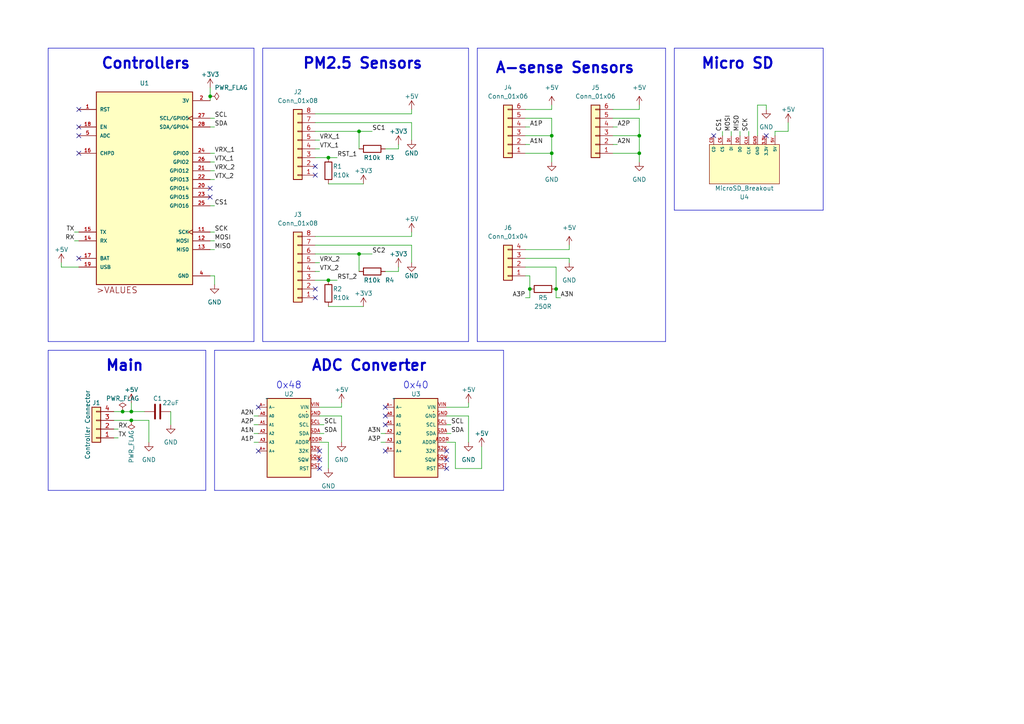
<source format=kicad_sch>
(kicad_sch (version 20230121) (generator eeschema)
  (paper "A4")
  (lib_symbols
    (symbol "Adafruit Feather ESP8266:2821" (pin_names (offset 1.016))
      (property "Reference" "U" (at -15.24 27.9654 0))
      (symbol "2821_0_0"
        (rectangle (start -15.24 -27.94) (end 12.7 27.94) (stroke (width 0.254)) (fill (type background)))
        (text ">VALUES" (at -15.2654 -30.5562 0) (effects (font (size 1.778 1.778)) (justify left bottom)))
        (pin input line (at -20.32 22.86 0) (length 5.08) (name "RST") (number "1"))
        (pin bidirectional clock (at 17.78 -12.7 180) (length 5.08) (name "SCK") (number "11"))
        (pin output line (at 17.78 -15.24 180) (length 5.08) (name "MOSI") (number "12"))
        (pin input line (at 17.78 -17.78 180) (length 5.08) (name "MIS0") (number "13"))
        (pin input line (at -20.32 -15.24 0) (length 5.08) (name "RX") (number "14"))
        (pin output line (at -20.32 -12.7 0) (length 5.08) (name "TX") (number "15"))
        (pin bidirectional line (at -20.32 10.16 0) (length 5.08) (name "CHPD") (number "16"))
        (pin bidirectional line (at -20.32 -20.32 0) (length 5.08) (name "BAT") (number "17"))
        (pin input line (at -20.32 17.78 0) (length 5.08) (name "EN") (number "18"))
        (pin bidirectional line (at -20.32 -22.86 0) (length 5.08) (name "USB") (number "19"))
        (pin power_in line (at 17.78 25.4 180) (length 5.08) (name "3V") (number "2"))
        (pin bidirectional line (at 17.78 0 180) (length 5.08) (name "GPIO14") (number "20"))
        (pin bidirectional line (at 17.78 5.08 180) (length 5.08) (name "GPIO12") (number "21"))
        (pin bidirectional line (at 17.78 2.54 180) (length 5.08) (name "GPIO13") (number "22"))
        (pin bidirectional line (at 17.78 -2.54 180) (length 5.08) (name "GPIO15") (number "23"))
        (pin bidirectional line (at 17.78 10.16 180) (length 5.08) (name "GPIO0") (number "24"))
        (pin bidirectional line (at 17.78 -5.08 180) (length 5.08) (name "GPIO16") (number "25"))
        (pin bidirectional line (at 17.78 7.62 180) (length 5.08) (name "GPIO2") (number "26"))
        (pin bidirectional clock (at 17.78 20.32 180) (length 5.08) (name "SCL/GPIO5") (number "27"))
        (pin bidirectional line (at 17.78 17.78 180) (length 5.08) (name "SDA/GPIO4") (number "28"))
        (pin power_in line (at 17.78 -25.4 180) (length 5.08) (name "GND") (number "4"))
        (pin bidirectional line (at -20.32 15.24 0) (length 5.08) (name "ADC") (number "5"))
      )
    )
    (symbol "Adafruit_Files:ADC/RTC_Dual"
      (property "Reference" "U" (at 0 2.54 0))
      (symbol "ADC/RTC_Dual_0_1"
        (rectangle (start 0 0) (end 12.7 -22.86) (stroke (width 0.254)) (fill (type background)))
        (rectangle (start 11.43 -3.81) (end 11.43 -3.81))
        (rectangle (start 11.43 -3.81) (end 11.43 -3.81))
        (rectangle (start 11.43 -3.81) (end 11.43 -3.81))
        (rectangle (start 11.43 -3.81) (end 11.43 -3.81))
        (rectangle (start 11.43 -3.81) (end 11.43 -3.81))
        (rectangle (start 11.43 -3.81) (end 11.43 -3.81))
        (rectangle (start 11.43 -3.81) (end 11.43 -3.81))
        (rectangle (start 11.43 -3.81) (end 11.43 -3.81))
        (rectangle (start 11.43 -3.81) (end 11.43 -3.81))
        (rectangle (start 12.7 -12.7) (end 12.7 -12.7))
      )
      (symbol "ADC/RTC_Dual_1_1"
        (pin input line (at 15.24 -15.24 180) (length 2.54) (name "32K") (number "32K"))
        (pin input line (at -2.54 -15.24 0) (length 2.54) (name "A+") (number "A+"))
        (pin input line (at -2.54 -2.54 0) (length 2.54) (name "A-") (number "A-"))
        (pin input line (at -2.54 -5.08 0) (length 2.54) (name "A0") (number "A0"))
        (pin input line (at -2.54 -7.62 0) (length 2.54) (name "A1") (number "A1"))
        (pin input line (at -2.54 -10.16 0) (length 2.54) (name "A2") (number "A2"))
        (pin input line (at -2.54 -12.7 0) (length 2.54) (name "A3") (number "A3"))
        (pin input line (at 15.24 -12.7 180) (length 2.54) (name "ADDR") (number "ADDR"))
        (pin input line (at 15.24 -5.08 180) (length 2.54) (name "GND") (number "GND"))
        (pin input line (at 15.24 -20.32 180) (length 2.54) (name "RST") (number "RST"))
        (pin input line (at 15.24 -7.62 180) (length 2.54) (name "SCL") (number "SCL"))
        (pin input line (at 15.24 -10.16 180) (length 2.54) (name "SDA") (number "SDA"))
        (pin input line (at 15.24 -17.78 180) (length 2.54) (name "SQW") (number "SQW"))
        (pin input line (at 15.24 -2.54 180) (length 2.54) (name "VIN") (number "VIN"))
      )
    )
    (symbol "Adafruit_Files:MicroSD_Breakout"
      (property "Reference" "U" (at 0 2.54 0))
      (property "Value" "MicroSD_Breakout" (at 0 5.08 0))
      (symbol "MicroSD_Breakout_0_1"
        (rectangle (start 0 0) (end 11.43 -20.32) (fill (type background)))
      )
      (symbol "MicroSD_Breakout_1_1"
        (pin input line (at 13.97 -16.51 180) (length 2.54) (name "3.3V") (number "3.3V"))
        (pin input line (at 13.97 -19.05 180) (length 2.54) (name "5V") (number "5V"))
        (pin input line (at 13.97 -1.27 180) (length 2.54) (name "CD") (number "CD"))
        (pin input line (at 13.97 -11.43 180) (length 2.54) (name "CLK") (number "CLK"))
        (pin input line (at 13.97 -3.81 180) (length 2.54) (name "CS") (number "CS"))
        (pin input line (at 13.97 -6.35 180) (length 2.54) (name "DI") (number "DI"))
        (pin input line (at 13.97 -8.89 180) (length 2.54) (name "DO") (number "DO"))
        (pin input line (at 13.97 -13.97 180) (length 2.54) (name "GND") (number "GND"))
      )
    )
    (symbol "Connector_Generic:Conn_01x04" (pin_names (offset 1.016) hide)
      (property "Reference" "J" (at 0 5.08 0))
      (property "Value" "Conn_01x04" (at 0 -7.62 0))
      (symbol "Conn_01x04_1_1"
        (rectangle (start -1.27 -4.953) (end 0 -5.207) (stroke (width 0.1524)))
        (rectangle (start -1.27 -2.413) (end 0 -2.667) (stroke (width 0.1524)))
        (rectangle (start -1.27 0.127) (end 0 -0.127) (stroke (width 0.1524)))
        (rectangle (start -1.27 2.667) (end 0 2.413) (stroke (width 0.1524)))
        (rectangle (start -1.27 3.81) (end 1.27 -6.35) (stroke (width 0.254)) (fill (type background)))
        (pin passive line (at -5.08 2.54 0) (length 3.81) (name "Pin_1") (number "1"))
        (pin passive line (at -5.08 0 0) (length 3.81) (name "Pin_2") (number "2"))
        (pin passive line (at -5.08 -2.54 0) (length 3.81) (name "Pin_3") (number "3"))
        (pin passive line (at -5.08 -5.08 0) (length 3.81) (name "Pin_4") (number "4"))
      )
    )
    (symbol "Connector_Generic:Conn_01x06" (pin_names (offset 1.016) hide)
      (property "Reference" "J" (at 0 7.62 0))
      (property "Value" "Conn_01x06" (at 0 -10.16 0))
      (symbol "Conn_01x06_1_1"
        (rectangle (start -1.27 -7.493) (end 0 -7.747) (stroke (width 0.1524)))
        (rectangle (start -1.27 -4.953) (end 0 -5.207) (stroke (width 0.1524)))
        (rectangle (start -1.27 -2.413) (end 0 -2.667) (stroke (width 0.1524)))
        (rectangle (start -1.27 0.127) (end 0 -0.127) (stroke (width 0.1524)))
        (rectangle (start -1.27 2.667) (end 0 2.413) (stroke (width 0.1524)))
        (rectangle (start -1.27 5.207) (end 0 4.953) (stroke (width 0.1524)))
        (rectangle (start -1.27 6.35) (end 1.27 -8.89) (stroke (width 0.254)) (fill (type background)))
        (pin passive line (at -5.08 5.08 0) (length 3.81) (name "Pin_1") (number "1"))
        (pin passive line (at -5.08 2.54 0) (length 3.81) (name "Pin_2") (number "2"))
        (pin passive line (at -5.08 0 0) (length 3.81) (name "Pin_3") (number "3"))
        (pin passive line (at -5.08 -2.54 0) (length 3.81) (name "Pin_4") (number "4"))
        (pin passive line (at -5.08 -5.08 0) (length 3.81) (name "Pin_5") (number "5"))
        (pin passive line (at -5.08 -7.62 0) (length 3.81) (name "Pin_6") (number "6"))
      )
    )
    (symbol "Connector_Generic:Conn_01x08" (pin_names (offset 1.016) hide)
      (property "Reference" "J" (at 0 10.16 0))
      (property "Value" "Conn_01x08" (at 0 -12.7 0))
      (symbol "Conn_01x08_1_1"
        (rectangle (start -1.27 -10.033) (end 0 -10.287) (stroke (width 0.1524)))
        (rectangle (start -1.27 -7.493) (end 0 -7.747) (stroke (width 0.1524)))
        (rectangle (start -1.27 -4.953) (end 0 -5.207) (stroke (width 0.1524)))
        (rectangle (start -1.27 -2.413) (end 0 -2.667) (stroke (width 0.1524)))
        (rectangle (start -1.27 0.127) (end 0 -0.127) (stroke (width 0.1524)))
        (rectangle (start -1.27 2.667) (end 0 2.413) (stroke (width 0.1524)))
        (rectangle (start -1.27 5.207) (end 0 4.953) (stroke (width 0.1524)))
        (rectangle (start -1.27 7.747) (end 0 7.493) (stroke (width 0.1524)))
        (rectangle (start -1.27 8.89) (end 1.27 -11.43) (stroke (width 0.254)) (fill (type background)))
        (pin passive line (at -5.08 7.62 0) (length 3.81) (name "Pin_1") (number "1"))
        (pin passive line (at -5.08 5.08 0) (length 3.81) (name "Pin_2") (number "2"))
        (pin passive line (at -5.08 2.54 0) (length 3.81) (name "Pin_3") (number "3"))
        (pin passive line (at -5.08 0 0) (length 3.81) (name "Pin_4") (number "4"))
        (pin passive line (at -5.08 -2.54 0) (length 3.81) (name "Pin_5") (number "5"))
        (pin passive line (at -5.08 -5.08 0) (length 3.81) (name "Pin_6") (number "6"))
        (pin passive line (at -5.08 -7.62 0) (length 3.81) (name "Pin_7") (number "7"))
        (pin passive line (at -5.08 -10.16 0) (length 3.81) (name "Pin_8") (number "8"))
      )
    )
    (symbol "Device:C" (pin_numbers hide) (pin_names (offset 0.254))
      (property "Reference" "C" (at 0.635 2.54 0))
      (property "Value" "C" (at 0.635 -2.54 0))
      (symbol "C_0_1"
        (polyline (pts (xy -2.032 -0.762) (xy 2.032 -0.762)) (stroke (width 0.508)))
        (polyline (pts (xy -2.032 0.762) (xy 2.032 0.762)) (stroke (width 0.508)))
      )
      (symbol "C_1_1"
        (pin passive line (at 0 3.81 270) (length 2.794) (name "~") (number "1"))
        (pin passive line (at 0 -3.81 90) (length 2.794) (name "~") (number "2"))
      )
    )
    (symbol "Device:R" (pin_numbers hide) (pin_names (offset 0))
      (property "Reference" "R" (at 2.032 0 90))
      (property "Value" "R" (at 0 0 90))
      (symbol "R_0_1"
        (rectangle (start -1.016 -2.54) (end 1.016 2.54) (stroke (width 0.254)))
      )
      (symbol "R_1_1"
        (pin passive line (at 0 3.81 270) (length 1.27) (name "~") (number "1"))
        (pin passive line (at 0 -3.81 90) (length 1.27) (name "~") (number "2"))
      )
    )
    (symbol "GND_1" (power) (pin_names (offset 0))
      (property "Value" "GND_1" (at 0 -3.81 0))
      (symbol "GND_1_0_1"
        (polyline (pts (xy 0 0) (xy 0 -1.27) (xy 1.27 -1.27) (xy 0 -2.54) (xy -1.27 -1.27) (xy 0 -1.27)))
      )
      (symbol "GND_1_1_1"
        (pin power_in line (at 0 0 270) (length 0) hide (name "GND") (number "1"))
      )
    )
    (symbol "GND_2" (power) (pin_names (offset 0))
      (property "Value" "GND_2" (at 0 -3.81 0))
      (symbol "GND_2_0_1"
        (polyline (pts (xy 0 0) (xy 0 -1.27) (xy 1.27 -1.27) (xy 0 -2.54) (xy -1.27 -1.27) (xy 0 -1.27)))
      )
      (symbol "GND_2_1_1"
        (pin power_in line (at 0 0 270) (length 0) hide (name "GND") (number "1"))
      )
    )
    (symbol "GND_3" (power) (pin_names (offset 0))
      (property "Value" "GND_3" (at 0 -3.81 0))
      (symbol "GND_3_0_1"
        (polyline (pts (xy 0 0) (xy 0 -1.27) (xy 1.27 -1.27) (xy 0 -2.54) (xy -1.27 -1.27) (xy 0 -1.27)))
      )
      (symbol "GND_3_1_1"
        (pin power_in line (at 0 0 270) (length 0) hide (name "GND") (number "1"))
      )
    )
    (symbol "power:+3.3V" (power) (pin_names (offset 0))
      (property "Value" "+3.3V" (at 0 3.556 0))
      (symbol "+3.3V_0_1"
        (polyline (pts (xy -0.762 1.27) (xy 0 2.54)))
        (polyline (pts (xy 0 0) (xy 0 2.54)))
        (polyline (pts (xy 0 2.54) (xy 0.762 1.27)))
      )
      (symbol "+3.3V_1_1"
        (pin power_in line (at 0 0 90) (length 0) hide (name "+3V3") (number "1"))
      )
    )
    (symbol "power:+5V" (power) (pin_names (offset 0))
      (property "Value" "+5V" (at 0 3.556 0))
      (symbol "+5V_0_1"
        (polyline (pts (xy -0.762 1.27) (xy 0 2.54)))
        (polyline (pts (xy 0 0) (xy 0 2.54)))
        (polyline (pts (xy 0 2.54) (xy 0.762 1.27)))
      )
      (symbol "+5V_1_1"
        (pin power_in line (at 0 0 90) (length 0) hide (name "+5V") (number "1"))
      )
    )
    (symbol "power:GND" (power) (pin_names (offset 0))
      (property "Value" "GND" (at 0 -3.81 0))
      (symbol "GND_0_1"
        (polyline (pts (xy 0 0) (xy 0 -1.27) (xy 1.27 -1.27) (xy 0 -2.54) (xy -1.27 -1.27) (xy 0 -1.27)))
      )
      (symbol "GND_1_1"
        (pin power_in line (at 0 0 270) (length 0) hide (name "GND") (number "1"))
      )
    )
    (symbol "power:PWR_FLAG" (power) (pin_numbers hide) (pin_names (offset 0) hide)
      (property "Value" "PWR_FLAG" (at 0 3.81 0))
      (symbol "PWR_FLAG_0_0"
        (pin power_out line (at 0 0 90) (length 0) (name "pwr") (number "1"))
      )
      (symbol "PWR_FLAG_0_1"
        (polyline (pts (xy 0 0) (xy 0 1.27) (xy -1.016 1.905) (xy 0 2.54) (xy 1.016 1.905) (xy 0 1.27)))
      )
    )
  )
  (junction (at 160.02 44.45))
  (junction (at 104.14 38.1))
  (junction (at 104.14 73.66))
  (junction (at 38.1 119.38))
  (junction (at 160.02 39.37))
  (junction (at 161.29 83.82))
  (junction (at 60.96 27.94))
  (junction (at 185.42 44.45))
  (junction (at 153.67 83.82))
  (junction (at 95.25 81.28))
  (junction (at 95.25 45.72))
  (junction (at 38.1 121.92))
  (junction (at 35.56 119.38))
  (junction (at 185.42 39.37))
  (no_connect (at 207.01 39.37))
  (no_connect (at 129.54 133.35))
  (no_connect (at 60.96 54.61))
  (no_connect (at 22.86 74.93))
  (no_connect (at 22.86 31.75))
  (no_connect (at 92.71 133.35))
  (no_connect (at 111.76 120.65))
  (no_connect (at 91.44 83.82))
  (no_connect (at 91.44 86.36))
  (no_connect (at 22.86 39.37))
  (no_connect (at 92.71 135.89))
  (no_connect (at 129.54 130.81))
  (no_connect (at 91.44 48.26))
  (no_connect (at 91.44 50.8))
  (no_connect (at 111.76 123.19))
  (no_connect (at 60.96 57.15))
  (no_connect (at 129.54 135.89))
  (no_connect (at 92.71 130.81))
  (no_connect (at 111.76 118.11))
  (no_connect (at 74.93 118.11))
  (no_connect (at 111.76 130.81))
  (no_connect (at 22.86 36.83))
  (no_connect (at 22.86 44.45))
  (no_connect (at 74.93 130.81))
  (no_connect (at 222.25 39.37))
  (wire (pts (xy 219.71 30.48) (xy 222.25 30.48)))
  (wire (pts (xy 185.42 44.45) (xy 185.42 46.99)))
  (wire (pts (xy 153.67 36.83) (xy 152.4 36.83)))
  (wire (pts (xy 165.1 72.39) (xy 165.1 71.12)))
  (wire (pts (xy 119.38 35.56) (xy 119.38 40.64)))
  (polyline (pts (xy 62.23 142.24) (xy 146.05 142.24)))
  (wire (pts (xy 161.29 86.36) (xy 162.56 86.36)))
  (wire (pts (xy 33.02 119.38) (xy 35.56 119.38)))
  (wire (pts (xy 224.79 38.1) (xy 228.6 38.1)))
  (wire (pts (xy 160.02 39.37) (xy 160.02 44.45)))
  (wire (pts (xy 73.66 120.65) (xy 74.93 120.65)))
  (wire (pts (xy 60.96 46.99) (xy 62.23 46.99)))
  (wire (pts (xy 104.14 38.1) (xy 107.95 38.1)))
  (wire (pts (xy 185.42 39.37) (xy 185.42 44.45)))
  (wire (pts (xy 91.44 81.28) (xy 95.25 81.28)))
  (polyline (pts (xy 138.43 13.97) (xy 138.43 99.06)))
  (wire (pts (xy 91.44 71.12) (xy 119.38 71.12)))
  (wire (pts (xy 161.29 77.47) (xy 161.29 83.82)))
  (polyline (pts (xy 62.23 101.6) (xy 62.23 142.24)))
  (polyline (pts (xy 238.76 60.96) (xy 195.58 60.96)))
  (wire (pts (xy 132.08 135.89) (xy 139.7 135.89)))
  (wire (pts (xy 135.89 118.11) (xy 135.89 116.84)))
  (wire (pts (xy 91.44 45.72) (xy 95.25 45.72)))
  (wire (pts (xy 130.81 123.19) (xy 129.54 123.19)))
  (wire (pts (xy 177.8 39.37) (xy 185.42 39.37)))
  (wire (pts (xy 95.25 45.72) (xy 97.79 45.72)))
  (wire (pts (xy 212.09 38.1) (xy 212.09 39.37)))
  (wire (pts (xy 160.02 31.75) (xy 160.02 30.48)))
  (wire (pts (xy 130.81 125.73) (xy 129.54 125.73)))
  (polyline (pts (xy 13.97 101.6) (xy 59.69 101.6)))
  (wire (pts (xy 95.25 53.34) (xy 105.41 53.34)))
  (wire (pts (xy 21.59 67.31) (xy 22.86 67.31)))
  (wire (pts (xy 73.66 123.19) (xy 74.93 123.19)))
  (wire (pts (xy 132.08 128.27) (xy 132.08 135.89)))
  (wire (pts (xy 38.1 119.38) (xy 38.1 116.84)))
  (wire (pts (xy 60.96 80.01) (xy 62.23 80.01)))
  (wire (pts (xy 152.4 34.29) (xy 160.02 34.29)))
  (polyline (pts (xy 13.97 101.6) (xy 13.97 142.24)))
  (wire (pts (xy 34.29 127) (xy 33.02 127)))
  (wire (pts (xy 119.38 71.12) (xy 119.38 76.2)))
  (wire (pts (xy 152.4 44.45) (xy 160.02 44.45)))
  (wire (pts (xy 165.1 74.93) (xy 165.1 76.2)))
  (polyline (pts (xy 76.2 99.06) (xy 135.89 99.06)))
  (wire (pts (xy 91.44 33.02) (xy 119.38 33.02)))
  (polyline (pts (xy 73.66 99.06) (xy 73.66 13.97)))
  (wire (pts (xy 129.54 120.65) (xy 135.89 120.65)))
  (wire (pts (xy 119.38 33.02) (xy 119.38 31.75)))
  (wire (pts (xy 99.06 118.11) (xy 99.06 116.84)))
  (wire (pts (xy 217.17 38.1) (xy 217.17 39.37)))
  (wire (pts (xy 152.4 72.39) (xy 165.1 72.39)))
  (polyline (pts (xy 59.69 142.24) (xy 59.69 101.6)))
  (wire (pts (xy 62.23 36.83) (xy 60.96 36.83)))
  (polyline (pts (xy 13.97 142.24) (xy 59.69 142.24)))
  (wire (pts (xy 62.23 49.53) (xy 60.96 49.53)))
  (wire (pts (xy 92.71 78.74) (xy 91.44 78.74)))
  (wire (pts (xy 43.18 121.92) (xy 43.18 128.27)))
  (wire (pts (xy 95.25 88.9) (xy 105.41 88.9)))
  (wire (pts (xy 34.29 124.46) (xy 33.02 124.46)))
  (wire (pts (xy 139.7 135.89) (xy 139.7 129.54)))
  (wire (pts (xy 135.89 120.65) (xy 135.89 128.27)))
  (wire (pts (xy 153.67 80.01) (xy 152.4 80.01)))
  (wire (pts (xy 115.57 78.74) (xy 115.57 77.47)))
  (wire (pts (xy 91.44 38.1) (xy 104.14 38.1)))
  (wire (pts (xy 152.4 77.47) (xy 161.29 77.47)))
  (wire (pts (xy 209.55 38.1) (xy 209.55 39.37)))
  (polyline (pts (xy 13.97 13.97) (xy 13.97 99.06)))
  (wire (pts (xy 185.42 31.75) (xy 185.42 30.48)))
  (wire (pts (xy 153.67 83.82) (xy 153.67 86.36)))
  (wire (pts (xy 99.06 120.65) (xy 99.06 128.27)))
  (polyline (pts (xy 138.43 13.97) (xy 193.04 13.97)))
  (wire (pts (xy 62.23 69.85) (xy 60.96 69.85)))
  (wire (pts (xy 38.1 121.92) (xy 43.18 121.92)))
  (polyline (pts (xy 238.76 13.97) (xy 195.58 13.97)))
  (wire (pts (xy 219.71 39.37) (xy 219.71 30.48)))
  (polyline (pts (xy 76.2 13.97) (xy 135.89 13.97)))
  (wire (pts (xy 177.8 34.29) (xy 185.42 34.29)))
  (wire (pts (xy 153.67 41.91) (xy 152.4 41.91)))
  (wire (pts (xy 228.6 38.1) (xy 228.6 35.56)))
  (wire (pts (xy 160.02 46.99) (xy 160.02 44.45)))
  (wire (pts (xy 95.25 81.28) (xy 97.79 81.28)))
  (polyline (pts (xy 135.89 99.06) (xy 135.89 13.97)))
  (wire (pts (xy 62.23 80.01) (xy 62.23 82.55)))
  (wire (pts (xy 93.98 123.19) (xy 92.71 123.19)))
  (wire (pts (xy 92.71 40.64) (xy 91.44 40.64)))
  (wire (pts (xy 95.25 128.27) (xy 95.25 135.89)))
  (wire (pts (xy 93.98 125.73) (xy 92.71 125.73)))
  (wire (pts (xy 33.02 121.92) (xy 38.1 121.92)))
  (wire (pts (xy 41.91 119.38) (xy 38.1 119.38)))
  (polyline (pts (xy 238.76 13.97) (xy 238.76 60.96)))
  (polyline (pts (xy 76.2 13.97) (xy 76.2 99.06)))
  (wire (pts (xy 115.57 43.18) (xy 115.57 41.91)))
  (wire (pts (xy 104.14 38.1) (xy 104.14 43.18)))
  (wire (pts (xy 110.49 128.27) (xy 111.76 128.27)))
  (wire (pts (xy 62.23 59.69) (xy 60.96 59.69)))
  (wire (pts (xy 224.79 39.37) (xy 224.79 38.1)))
  (wire (pts (xy 110.49 125.73) (xy 111.76 125.73)))
  (wire (pts (xy 152.4 74.93) (xy 165.1 74.93)))
  (wire (pts (xy 111.76 43.18) (xy 115.57 43.18)))
  (wire (pts (xy 152.4 39.37) (xy 160.02 39.37)))
  (wire (pts (xy 104.14 73.66) (xy 107.95 73.66)))
  (wire (pts (xy 153.67 86.36) (xy 152.4 86.36)))
  (wire (pts (xy 21.59 69.85) (xy 22.86 69.85)))
  (wire (pts (xy 60.96 25.4) (xy 60.96 27.94)))
  (wire (pts (xy 17.78 77.47) (xy 17.78 76.2)))
  (wire (pts (xy 62.23 67.31) (xy 60.96 67.31)))
  (wire (pts (xy 160.02 34.29) (xy 160.02 39.37)))
  (wire (pts (xy 35.56 119.38) (xy 38.1 119.38)))
  (polyline (pts (xy 13.97 99.06) (xy 73.66 99.06)))
  (polyline (pts (xy 193.04 99.06) (xy 193.04 13.97)))
  (wire (pts (xy 161.29 83.82) (xy 161.29 86.36)))
  (wire (pts (xy 60.96 27.94) (xy 60.96 29.21)))
  (polyline (pts (xy 146.05 142.24) (xy 146.05 101.6)))
  (wire (pts (xy 153.67 80.01) (xy 153.67 83.82)))
  (wire (pts (xy 62.23 72.39) (xy 60.96 72.39)))
  (wire (pts (xy 92.71 120.65) (xy 99.06 120.65)))
  (wire (pts (xy 22.86 77.47) (xy 17.78 77.47)))
  (wire (pts (xy 92.71 43.18) (xy 91.44 43.18)))
  (wire (pts (xy 222.25 30.48) (xy 222.25 31.75)))
  (polyline (pts (xy 62.23 101.6) (xy 146.05 101.6)))
  (polyline (pts (xy 195.58 13.97) (xy 195.58 60.96)))
  (wire (pts (xy 62.23 44.45) (xy 60.96 44.45)))
  (wire (pts (xy 91.44 35.56) (xy 119.38 35.56)))
  (wire (pts (xy 62.23 34.29) (xy 60.96 34.29)))
  (wire (pts (xy 119.38 68.58) (xy 119.38 67.31)))
  (wire (pts (xy 49.53 123.19) (xy 49.53 119.38)))
  (wire (pts (xy 62.23 52.07) (xy 60.96 52.07)))
  (wire (pts (xy 92.71 128.27) (xy 95.25 128.27)))
  (wire (pts (xy 92.71 118.11) (xy 99.06 118.11)))
  (wire (pts (xy 111.76 78.74) (xy 115.57 78.74)))
  (wire (pts (xy 129.54 128.27) (xy 132.08 128.27)))
  (wire (pts (xy 152.4 31.75) (xy 160.02 31.75)))
  (wire (pts (xy 73.66 125.73) (xy 74.93 125.73)))
  (wire (pts (xy 104.14 73.66) (xy 104.14 78.74)))
  (polyline (pts (xy 13.97 13.97) (xy 73.66 13.97)))
  (wire (pts (xy 179.07 36.83) (xy 177.8 36.83)))
  (wire (pts (xy 73.66 128.27) (xy 74.93 128.27)))
  (wire (pts (xy 129.54 118.11) (xy 135.89 118.11)))
  (wire (pts (xy 92.71 76.2) (xy 91.44 76.2)))
  (polyline (pts (xy 138.43 99.06) (xy 193.04 99.06)))
  (wire (pts (xy 177.8 44.45) (xy 185.42 44.45)))
  (wire (pts (xy 185.42 34.29) (xy 185.42 39.37)))
  (wire (pts (xy 177.8 31.75) (xy 185.42 31.75)))
  (wire (pts (xy 179.07 41.91) (xy 177.8 41.91)))
  (wire (pts (xy 91.44 68.58) (xy 119.38 68.58)))
  (wire (pts (xy 91.44 73.66) (xy 104.14 73.66)))
  (wire (pts (xy 214.63 38.1) (xy 214.63 39.37)))
  (text "Controllers" (at 29.21 20.32 0) (effects (font (size 3.08 3.08) (thickness 0.616) bold) (justify left bottom)))
  (text "ADC Converter" (at 90.17 107.95 0) (effects (font (size 3.08 3.08) (thickness 0.616) bold) (justify left bottom)))
  (text "0x40\n" (at 116.84 113.03 0) (effects (font (size 2 2)) (justify left bottom)))
  (text "A-sense Sensors" (at 143.51 21.59 0) (effects (font (size 3.08 3.08) (thickness 0.616) bold) (justify left bottom)))
  (text "Micro SD" (at 203.2 20.32 0) (effects (font (size 3.08 3.08) (thickness 0.616) bold) (justify left bottom)))
  (text "Main" (at 30.48 107.95 0) (effects (font (size 3.08 3.08) (thickness 0.616) bold) (justify left bottom)))
  (text "0x48" (at 80.01 113.03 0) (effects (font (size 2 2)) (justify left bottom)))
  (text "PM2.5 Sensors" (at 87.63 20.32 0) (effects (font (size 3.08 3.08) (thickness 0.616) bold) (justify left bottom)))
  (label "A2P" (at 73.66 123.19 180))
  (label "MOSI" (at 62.23 69.85 0))
  (label "VTX_2" (at 92.71 78.74 0))
  (label "VRX_1" (at 62.23 44.45 0))
  (label "MISO" (at 214.63 38.1 90))
  (label "VTX_2" (at 62.23 52.07 0))
  (label "TX" (at 34.29 127 0))
  (label "A2N" (at 179.07 41.91 0))
  (label "SC2" (at 107.95 73.66 0))
  (label "RST_1" (at 97.79 45.72 0))
  (label "VTX_1" (at 62.23 46.99 0))
  (label "SCL" (at 62.23 34.29 0))
  (label "SCK" (at 217.17 38.1 90))
  (label "A2N" (at 73.66 120.65 180))
  (label "A1P" (at 73.66 128.27 180))
  (label "CS1" (at 62.23 59.69 0))
  (label "RX" (at 21.59 69.85 180))
  (label "VRX_2" (at 92.71 76.2 0))
  (label "VTX_1" (at 92.71 43.18 0))
  (label "VRX_1" (at 92.71 40.64 0))
  (label "MISO" (at 62.23 72.39 0))
  (label "CS1" (at 209.55 38.1 90))
  (label "SDA" (at 62.23 36.83 0))
  (label "A3P" (at 110.49 128.27 180))
  (label "A1P" (at 153.67 36.83 0))
  (label "A1N" (at 73.66 125.73 180))
  (label "VRX_2" (at 62.23 49.53 0))
  (label "SDA" (at 93.98 125.73 0))
  (label "A3P" (at 152.4 86.36 180))
  (label "SCL" (at 93.98 123.19 0))
  (label "A3N" (at 110.49 125.73 180))
  (label "A1N" (at 153.67 41.91 0))
  (label "MOSI" (at 212.09 38.1 90))
  (label "A3N" (at 162.56 86.36 0))
  (label "SDA" (at 130.81 125.73 0))
  (label "SCL" (at 130.81 123.19 0))
  (label "A2P" (at 179.07 36.83 0))
  (label "SCK" (at 62.23 67.31 0))
  (label "TX" (at 21.59 67.31 180))
  (label "RX" (at 34.29 124.46 0))
  (label "RST_2" (at 97.79 81.28 0))
  (label "SC1" (at 107.95 38.1 0))
  (symbol (lib_name "GND_3") (lib_id "power:GND") (at 99.06 128.27 0) (unit 1)
    (property "Reference" "#PWR08" (effects hide))
    (property "Value" "GND" (at 99.06 133.35 0))
  )
  (symbol (lib_name "GND_3") (lib_id "power:GND") (at 222.25 31.75 0) (unit 1)
    (property "Reference" "#PWR013" (effects hide))
    (property "Value" "GND" (at 222.25 36.83 0))
  )
  (symbol (lib_id "Device:R") (at 157.48 83.82 90) (unit 1)
    (property "Reference" "R5" (at 157.48 86.36 90))
    (property "Value" "250R" (at 157.48 88.9 90))
    (property "Footprint" "Resistor_SMD:R_0805_2012Metric" (effects hide))
  )
  (symbol (lib_id "power:+5V") (at 99.06 116.84 0) (unit 1)
    (property "Reference" "#PWR01" (effects hide))
    (property "Value" "+5V" (at 99.06 113.03 0))
  )
  (symbol (lib_name "GND_3") (lib_id "power:GND") (at 165.1 76.2 0) (unit 1)
    (property "Reference" "#PWR012" (effects hide))
    (property "Value" "GND" (at 165.1 81.28 0))
  )
  (symbol (lib_name "GND_3") (lib_id "power:GND") (at 135.89 128.27 0) (unit 1)
    (property "Reference" "#PWR09" (effects hide))
    (property "Value" "GND" (at 135.89 133.35 0))
  )
  (symbol (lib_id "Device:R") (at 107.95 43.18 90) (unit 1)
    (property "Reference" "R3" (at 113.03 45.72 90))
    (property "Value" "R10k" (at 107.95 45.72 90))
    (property "Footprint" "Resistor_SMD:R_1206_3216Metric" (effects hide))
  )
  (symbol (lib_id "power:+5V") (at 185.42 30.48 0) (unit 1)
    (property "Reference" "#PWR0104" (effects hide))
    (property "Value" "+5V" (at 185.42 25.4 0))
  )
  (symbol (lib_id "power:+5V") (at 17.78 76.2 0) (unit 1)
    (property "Reference" "#PWR0128" (effects hide))
    (property "Value" "+5V" (at 17.78 72.39 0))
  )
  (symbol (lib_id "power:+5V") (at 119.38 67.31 0) (unit 1)
    (property "Reference" "#PWR0117" (effects hide))
    (property "Value" "+5V" (at 119.38 63.5 0))
  )
  (symbol (lib_id "power:+5V") (at 160.02 30.48 0) (unit 1)
    (property "Reference" "#PWR0105" (effects hide))
    (property "Value" "+5V" (at 160.02 25.4 0))
  )
  (symbol (lib_id "power:GND") (at 119.38 40.64 0) (unit 1)
    (property "Reference" "#PWR0119" (effects hide))
    (property "Value" "GND" (at 119.38 44.45 0))
  )
  (symbol (lib_id "Adafruit_Files:MicroSD_Breakout") (at 205.74 53.34 90) (unit 1)
    (property "Reference" "U4" (at 215.9 57.15 90))
    (property "Value" "MicroSD_Breakout" (at 215.9 54.61 90))
    (property "Footprint" "Adafruit_Sensors:MicroSD_Breakout" (effects hide))
  )
  (symbol (lib_name "GND_3") (lib_id "power:GND") (at 185.42 46.99 0) (unit 1)
    (property "Reference" "#PWR010" (effects hide))
    (property "Value" "GND" (at 185.42 52.07 0))
  )
  (symbol (lib_id "power:PWR_FLAG") (at 60.96 27.94 270) (unit 1)
    (property "Reference" "#FLG03" (effects hide))
    (property "Value" "PWR_FLAG" (at 62.23 25.4 90) (effects (justify left)))
  )
  (symbol (lib_id "power:PWR_FLAG") (at 38.1 121.92 180) (unit 1)
    (property "Reference" "#FLG02" (effects hide))
    (property "Value" "PWR_FLAG" (at 38.1 129.54 90))
  )
  (symbol (lib_id "Connector_Generic:Conn_01x04") (at 27.94 124.46 180) (unit 1)
    (property "Reference" "J1" (at 27.94 116.84 0))
    (property "Value" "Controller Connector" (at 25.4 123.19 90))
    (property "Footprint" "Connector_PinHeader_2.54mm:PinHeader_1x04_P2.54mm_Vertical" (effects hide))
  )
  (symbol (lib_id "power:+5V") (at 119.38 31.75 0) (unit 1)
    (property "Reference" "#PWR0113" (effects hide))
    (property "Value" "+5V" (at 119.38 27.94 0))
  )
  (symbol (lib_id "power:+3.3V") (at 105.41 88.9 0) (unit 1)
    (property "Reference" "#PWR0114" (effects hide))
    (property "Value" "+3.3V" (at 105.41 85.09 0))
  )
  (symbol (lib_id "power:+5V") (at 228.6 35.56 0) (unit 1)
    (property "Reference" "#PWR0127" (effects hide))
    (property "Value" "+5V" (at 228.6 31.75 0))
  )
  (symbol (lib_id "power:+3.3V") (at 60.96 25.4 0) (unit 1)
    (property "Reference" "#PWR0122" (effects hide))
    (property "Value" "+3.3V" (at 60.96 21.59 0))
  )
  (symbol (lib_id "Adafruit_Files:ADC/RTC_Dual") (at 114.3 115.57 0) (unit 1)
    (property "Reference" "U3" (at 120.65 114.3 0))
    (property "Value" "~" (at 114.3 115.57 0))
    (property "Footprint" "Adafruit_Sensors:ADCRTC_Dual" (effects hide))
  )
  (symbol (lib_id "power:PWR_FLAG") (at 35.56 119.38 0) (unit 1)
    (property "Reference" "#FLG01" (effects hide))
    (property "Value" "PWR_FLAG" (at 35.56 115.57 0))
  )
  (symbol (lib_id "Device:R") (at 95.25 49.53 0) (unit 1)
    (property "Reference" "R1" (at 96.52 48.26 0) (effects (justify left)))
    (property "Value" "R10k" (at 96.52 50.8 0) (effects (justify left)))
    (property "Footprint" "Resistor_SMD:R_1206_3216Metric" (effects hide))
  )
  (symbol (lib_id "power:+3.3V") (at 115.57 77.47 0) (unit 1)
    (property "Reference" "#PWR0115" (effects hide))
    (property "Value" "+3.3V" (at 115.57 73.66 0))
  )
  (symbol (lib_name "GND_3") (lib_id "power:GND") (at 95.25 135.89 0) (unit 1)
    (property "Reference" "#PWR07" (effects hide))
    (property "Value" "GND" (at 95.25 140.97 0))
  )
  (symbol (lib_id "Adafruit_Files:ADC/RTC_Dual") (at 77.47 115.57 0) (unit 1)
    (property "Reference" "U2" (at 83.82 114.3 0))
    (property "Value" "~" (at 77.47 115.57 0))
    (property "Footprint" "Adafruit_Sensors:ADCRTC_Dual" (effects hide))
  )
  (symbol (lib_id "power:+3.3V") (at 115.57 41.91 0) (unit 1)
    (property "Reference" "#PWR0120" (effects hide))
    (property "Value" "+3.3V" (at 115.57 38.1 0))
  )
  (symbol (lib_id "Connector_Generic:Conn_01x04") (at 147.32 77.47 180) (unit 1)
    (property "Reference" "J6" (at 147.32 66.04 0))
    (property "Value" "Conn_01x04" (at 147.32 68.58 0))
    (property "Footprint" "Connector_JST:JST_XH_B4B-XH-AM_1x04_P2.50mm_Vertical" (effects hide))
  )
  (symbol (lib_id "power:+3.3V") (at 105.41 53.34 0) (unit 1)
    (property "Reference" "#PWR0118" (effects hide))
    (property "Value" "+3.3V" (at 105.41 49.53 0))
  )
  (symbol (lib_id "Connector_Generic:Conn_01x08") (at 86.36 78.74 180) (unit 1)
    (property "Reference" "J3" (at 86.36 62.23 0))
    (property "Value" "Conn_01x08" (at 86.36 64.77 0))
    (property "Footprint" "Connector_Molex:Molex_CLIK-Mate_502386-0870_1x08-1MP_P1.25mm_Horizontal" (effects hide))
  )
  (symbol (lib_id "Device:R") (at 95.25 85.09 0) (unit 1)
    (property "Reference" "R2" (at 96.52 83.82 0) (effects (justify left)))
    (property "Value" "R10k" (at 96.52 86.36 0) (effects (justify left)))
    (property "Footprint" "Resistor_SMD:R_1206_3216Metric" (effects hide))
  )
  (symbol (lib_id "Adafruit Feather ESP8266:2821") (at 43.18 54.61 0) (unit 1)
    (property "Reference" "U1" (at 41.91 24.13 0))
    (property "Value" "2821" (effects hide))
    (property "Footprint" "Adafruit Feather ESP8266:XCVR_Adafruit Feather ESP8266" (effects hide))
    (property "MANUFACTURER" "Adafruit" (effects hide))
  )
  (symbol (lib_id "Connector_Generic:Conn_01x06") (at 172.72 39.37 180) (unit 1)
    (property "Reference" "J5" (at 172.72 25.4 0))
    (property "Value" "Conn_01x06" (at 172.72 27.94 0))
    (property "Footprint" "Connector_JST:JST_XH_B6B-XH-A_1x06_P2.50mm_Vertical" (effects hide))
  )
  (symbol (lib_id "power:GND") (at 119.38 76.2 0) (unit 1)
    (property "Reference" "#PWR0116" (effects hide))
    (property "Value" "GND" (at 119.38 80.01 0))
  )
  (symbol (lib_id "Device:R") (at 107.95 78.74 90) (unit 1)
    (property "Reference" "R4" (at 113.03 81.28 90))
    (property "Value" "R10k" (at 107.95 81.28 90))
    (property "Footprint" "Resistor_SMD:R_1206_3216Metric" (effects hide))
  )
  (symbol (lib_id "power:+5V") (at 135.89 116.84 0) (unit 1)
    (property "Reference" "#PWR04" (effects hide))
    (property "Value" "+5V" (at 135.89 113.03 0))
  )
  (symbol (lib_id "power:+5V") (at 38.1 116.84 0) (unit 1)
    (property "Reference" "#PWR0109" (effects hide))
    (property "Value" "+5V" (at 38.1 113.03 0))
  )
  (symbol (lib_name "GND_1") (lib_id "power:GND") (at 62.23 82.55 0) (unit 1)
    (property "Reference" "#PWR02" (effects hide))
    (property "Value" "GND" (at 62.23 87.63 0))
  )
  (symbol (lib_id "Connector_Generic:Conn_01x06") (at 147.32 39.37 180) (unit 1)
    (property "Reference" "J4" (at 147.32 25.4 0))
    (property "Value" "Conn_01x06" (at 147.32 27.94 0))
    (property "Footprint" "Connector_JST:JST_XH_B6B-XH-A_1x06_P2.50mm_Vertical" (effects hide))
  )
  (symbol (lib_name "GND_2") (lib_id "power:GND") (at 43.18 128.27 0) (unit 1)
    (property "Reference" "#PWR03" (effects hide))
    (property "Value" "GND" (at 43.18 133.35 0))
  )
  (symbol (lib_name "GND_3") (lib_id "power:GND") (at 160.02 46.99 0) (unit 1)
    (property "Reference" "#PWR011" (effects hide))
    (property "Value" "GND" (at 160.02 52.07 0))
  )
  (symbol (lib_id "power:+5V") (at 165.1 71.12 0) (unit 1)
    (property "Reference" "#PWR0103" (effects hide))
    (property "Value" "+5V" (at 165.1 66.04 0))
  )
  (symbol (lib_name "GND_3") (lib_id "power:GND") (at 49.53 123.19 0) (unit 1)
    (property "Reference" "#PWR05" (effects hide))
    (property "Value" "GND" (at 49.53 128.27 0))
  )
  (symbol (lib_id "Device:C") (at 45.72 119.38 90) (unit 1)
    (property "Reference" "C1" (at 45.72 115.57 90))
    (property "Value" "22uF" (at 49.53 116.84 90))
    (property "Footprint" "Capacitor_SMD:C_1206_3216Metric" (effects hide))
  )
  (symbol (lib_id "Connector_Generic:Conn_01x08") (at 86.36 43.18 180) (unit 1)
    (property "Reference" "J2" (at 86.36 26.67 0))
    (property "Value" "Conn_01x08" (at 86.36 29.21 0))
    (property "Footprint" "Connector_Molex:Molex_CLIK-Mate_502386-0870_1x08-1MP_P1.25mm_Horizontal" (effects hide))
  )
  (symbol (lib_id "power:+5V") (at 139.7 129.54 0) (unit 1)
    (property "Reference" "#PWR06" (effects hide))
    (property "Value" "+5V" (at 139.7 125.73 0))
  )
)
</source>
